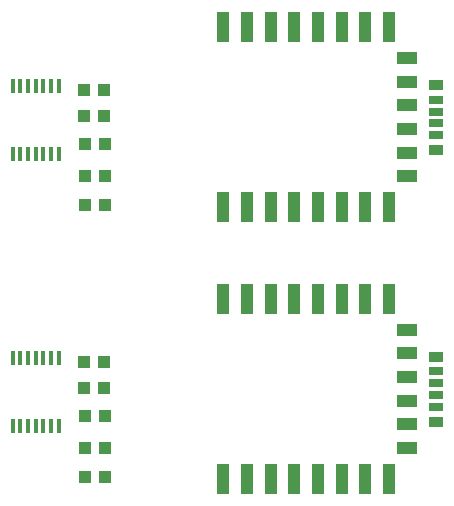
<source format=gtp>
G04*
G04 #@! TF.GenerationSoftware,Altium Limited,Altium Designer,21.3.2 (30)*
G04*
G04 Layer_Color=8421504*
%FSTAX24Y24*%
%MOIN*%
G70*
G04*
G04 #@! TF.SameCoordinates,B3087990-D193-403A-B466-816C1580CACB*
G04*
G04*
G04 #@! TF.FilePolarity,Positive*
G04*
G01*
G75*
%ADD10R,0.0433X0.0394*%
%ADD11R,0.0709X0.0433*%
%ADD12R,0.0433X0.1024*%
%ADD13R,0.0470X0.0280*%
%ADD14R,0.0470X0.0300*%
%ADD15R,0.0470X0.0320*%
%ADD17R,0.0120X0.0460*%
D10*
X042752Y028729D02*
D03*
X043422D02*
D03*
X042743Y029605D02*
D03*
X043412D02*
D03*
X042772Y027804D02*
D03*
X043441D02*
D03*
X042792Y026731D02*
D03*
X043461D02*
D03*
X042782Y025766D02*
D03*
X043451D02*
D03*
X042752Y037784D02*
D03*
X043422D02*
D03*
X042743Y03866D02*
D03*
X043412D02*
D03*
X042772Y036859D02*
D03*
X043441D02*
D03*
X042792Y035786D02*
D03*
X043461D02*
D03*
X042782Y034822D02*
D03*
X043451D02*
D03*
D11*
X0535Y030668D02*
D03*
X0535Y029881D02*
D03*
Y029093D02*
D03*
X0535Y028306D02*
D03*
X0535Y027518D02*
D03*
Y026731D02*
D03*
X0535Y039723D02*
D03*
X0535Y038936D02*
D03*
Y038148D02*
D03*
X0535Y037361D02*
D03*
X0535Y036574D02*
D03*
Y035786D02*
D03*
D12*
X047398Y031692D02*
D03*
X048185D02*
D03*
X048973D02*
D03*
X04976D02*
D03*
X050548D02*
D03*
X051335D02*
D03*
X052122D02*
D03*
X05291D02*
D03*
X05291Y025707D02*
D03*
X052122Y025707D02*
D03*
X051335D02*
D03*
X050548D02*
D03*
X04976D02*
D03*
X048973D02*
D03*
X048185D02*
D03*
X047398D02*
D03*
X047398Y040747D02*
D03*
X048185D02*
D03*
X048973D02*
D03*
X04976D02*
D03*
X050548D02*
D03*
X051335D02*
D03*
X052122D02*
D03*
X05291D02*
D03*
X05291Y034763D02*
D03*
X052122Y034763D02*
D03*
X051335D02*
D03*
X050548D02*
D03*
X04976D02*
D03*
X048973D02*
D03*
X048185D02*
D03*
X047398D02*
D03*
D13*
X054491Y028493D02*
D03*
Y028887D02*
D03*
Y037548D02*
D03*
Y037942D02*
D03*
D14*
Y029288D02*
D03*
X054491Y028091D02*
D03*
X054491Y038343D02*
D03*
X054491Y037146D02*
D03*
D15*
X054491Y029772D02*
D03*
X054491Y027607D02*
D03*
X054491Y038827D02*
D03*
X054491Y036662D02*
D03*
D17*
X041906Y027471D02*
D03*
X04165D02*
D03*
X041394D02*
D03*
X041138D02*
D03*
X040882D02*
D03*
X040626D02*
D03*
X04037D02*
D03*
X04037Y029731D02*
D03*
X040626D02*
D03*
X040882D02*
D03*
X041138D02*
D03*
X041394D02*
D03*
X04165D02*
D03*
X041906D02*
D03*
X041906Y036526D02*
D03*
X04165D02*
D03*
X041394D02*
D03*
X041138D02*
D03*
X040882D02*
D03*
X040626D02*
D03*
X04037D02*
D03*
X04037Y038786D02*
D03*
X040626D02*
D03*
X040882D02*
D03*
X041138D02*
D03*
X041394D02*
D03*
X04165D02*
D03*
X041906D02*
D03*
M02*

</source>
